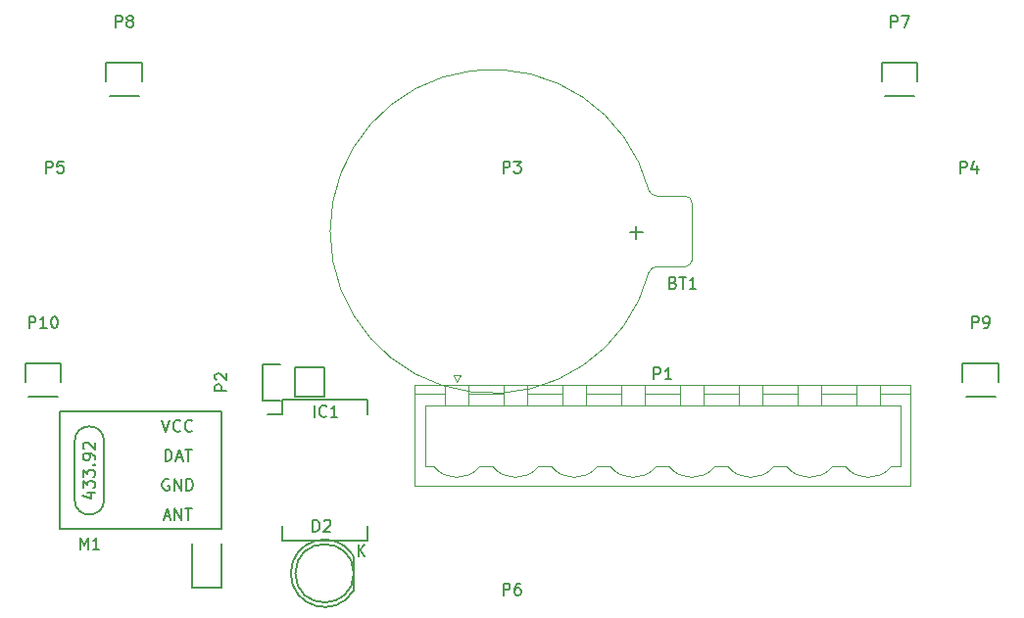
<source format=gto>
G04 #@! TF.FileFunction,Legend,Top*
%FSLAX46Y46*%
G04 Gerber Fmt 4.6, Leading zero omitted, Abs format (unit mm)*
G04 Created by KiCad (PCBNEW 4.0.5+dfsg1-4) date Mon May 15 15:44:01 2017*
%MOMM*%
%LPD*%
G01*
G04 APERTURE LIST*
%ADD10C,0.100000*%
%ADD11C,0.150000*%
%ADD12C,0.120000*%
G04 APERTURE END LIST*
D10*
D11*
X55880000Y-163830000D02*
X55880000Y-160020000D01*
X58420000Y-163830000D02*
X55880000Y-163830000D01*
X58420000Y-160020000D02*
X58420000Y-163830000D01*
X48260000Y-156210000D02*
X48260000Y-151130000D01*
X45720000Y-156210000D02*
X45720000Y-151130000D01*
X45720000Y-156210000D02*
G75*
G03X48260000Y-156210000I1270000J0D01*
G01*
X48260000Y-151130000D02*
G75*
G03X45720000Y-151130000I-1270000J0D01*
G01*
X58420000Y-158750000D02*
X44450000Y-158750000D01*
X44450000Y-158750000D02*
X44450000Y-148590000D01*
X44450000Y-148590000D02*
X58420000Y-148590000D01*
X58420000Y-148590000D02*
X58420000Y-158750000D01*
D12*
X80726841Y-153345821D02*
G75*
G02X76740000Y-153330000I-1986841J1665821D01*
G01*
X85806841Y-153345821D02*
G75*
G02X81820000Y-153330000I-1986841J1665821D01*
G01*
X90886841Y-153345821D02*
G75*
G02X86900000Y-153330000I-1986841J1665821D01*
G01*
X95966841Y-153345821D02*
G75*
G02X91980000Y-153330000I-1986841J1665821D01*
G01*
X101046841Y-153345821D02*
G75*
G02X97060000Y-153330000I-1986841J1665821D01*
G01*
X106126841Y-153345821D02*
G75*
G02X102140000Y-153330000I-1986841J1665821D01*
G01*
X111206841Y-153345821D02*
G75*
G02X107220000Y-153330000I-1986841J1665821D01*
G01*
X116286841Y-153345821D02*
G75*
G02X112300000Y-153330000I-1986841J1665821D01*
G01*
X75120000Y-146250000D02*
X75120000Y-155010000D01*
X75120000Y-155010000D02*
X117920000Y-155010000D01*
X117920000Y-155010000D02*
X117920000Y-146250000D01*
X117920000Y-146250000D02*
X75120000Y-146250000D01*
X75120000Y-147030000D02*
X77660000Y-147030000D01*
X117920000Y-147030000D02*
X115380000Y-147030000D01*
X79740000Y-147030000D02*
X82820000Y-147030000D01*
X84820000Y-147030000D02*
X87900000Y-147030000D01*
X89900000Y-147030000D02*
X92980000Y-147030000D01*
X94980000Y-147030000D02*
X98060000Y-147030000D01*
X100060000Y-147030000D02*
X103140000Y-147030000D01*
X105140000Y-147030000D02*
X108220000Y-147030000D01*
X110220000Y-147030000D02*
X113300000Y-147030000D01*
X77740000Y-148030000D02*
X77740000Y-146250000D01*
X77740000Y-146250000D02*
X79740000Y-146250000D01*
X79740000Y-146250000D02*
X79740000Y-148030000D01*
X79740000Y-148030000D02*
X77740000Y-148030000D01*
X82820000Y-148030000D02*
X82820000Y-146250000D01*
X82820000Y-146250000D02*
X84820000Y-146250000D01*
X84820000Y-146250000D02*
X84820000Y-148030000D01*
X84820000Y-148030000D02*
X82820000Y-148030000D01*
X87900000Y-148030000D02*
X87900000Y-146250000D01*
X87900000Y-146250000D02*
X89900000Y-146250000D01*
X89900000Y-146250000D02*
X89900000Y-148030000D01*
X89900000Y-148030000D02*
X87900000Y-148030000D01*
X92980000Y-148030000D02*
X92980000Y-146250000D01*
X92980000Y-146250000D02*
X94980000Y-146250000D01*
X94980000Y-146250000D02*
X94980000Y-148030000D01*
X94980000Y-148030000D02*
X92980000Y-148030000D01*
X98060000Y-148030000D02*
X98060000Y-146250000D01*
X98060000Y-146250000D02*
X100060000Y-146250000D01*
X100060000Y-146250000D02*
X100060000Y-148030000D01*
X100060000Y-148030000D02*
X98060000Y-148030000D01*
X103140000Y-148030000D02*
X103140000Y-146250000D01*
X103140000Y-146250000D02*
X105140000Y-146250000D01*
X105140000Y-146250000D02*
X105140000Y-148030000D01*
X105140000Y-148030000D02*
X103140000Y-148030000D01*
X108220000Y-148030000D02*
X108220000Y-146250000D01*
X108220000Y-146250000D02*
X110220000Y-146250000D01*
X110220000Y-146250000D02*
X110220000Y-148030000D01*
X110220000Y-148030000D02*
X108220000Y-148030000D01*
X113300000Y-148030000D02*
X113300000Y-146250000D01*
X113300000Y-146250000D02*
X115300000Y-146250000D01*
X115300000Y-146250000D02*
X115300000Y-148030000D01*
X115300000Y-148030000D02*
X113300000Y-148030000D01*
X80740000Y-153330000D02*
X81820000Y-153330000D01*
X85820000Y-153330000D02*
X86900000Y-153330000D01*
X90900000Y-153330000D02*
X91980000Y-153330000D01*
X95980000Y-153330000D02*
X97060000Y-153330000D01*
X101060000Y-153330000D02*
X102140000Y-153330000D01*
X106140000Y-153330000D02*
X107220000Y-153330000D01*
X111220000Y-153330000D02*
X112300000Y-153330000D01*
X76740000Y-153330000D02*
X76000000Y-153330000D01*
X76000000Y-153330000D02*
X76000000Y-148030000D01*
X76000000Y-148030000D02*
X117040000Y-148030000D01*
X117040000Y-148030000D02*
X117040000Y-153330000D01*
X117040000Y-153330000D02*
X116300000Y-153330000D01*
X79040000Y-145450000D02*
X78740000Y-146050000D01*
X78740000Y-146050000D02*
X78440000Y-145450000D01*
X78440000Y-145450000D02*
X79040000Y-145450000D01*
D11*
X63635000Y-147565000D02*
X63635000Y-148835000D01*
X70985000Y-147565000D02*
X70985000Y-148835000D01*
X70985000Y-159775000D02*
X70985000Y-158505000D01*
X63635000Y-159775000D02*
X63635000Y-158505000D01*
X63635000Y-147565000D02*
X70985000Y-147565000D01*
X63635000Y-159775000D02*
X70985000Y-159775000D01*
X63635000Y-148835000D02*
X62350000Y-148835000D01*
D12*
X67790262Y-133015231D02*
G75*
G02X95340000Y-129480000I13999738J15231D01*
G01*
X67790262Y-132984769D02*
G75*
G03X95340000Y-136520000I13999738J-15231D01*
G01*
X95335231Y-129456515D02*
G75*
G03X96040000Y-129950000I704769J256515D01*
G01*
X95335231Y-136543485D02*
G75*
G02X96040000Y-136050000I704769J-256515D01*
G01*
X96040000Y-136050000D02*
X98490000Y-136050000D01*
X98490000Y-129950000D02*
X96040000Y-129950000D01*
X98490000Y-136050000D02*
G75*
G03X99040000Y-135500000I0J550000D01*
G01*
X98490000Y-129950000D02*
G75*
G02X99040000Y-130500000I0J-550000D01*
G01*
X99040000Y-135500000D02*
X99040000Y-130500000D01*
D11*
X118550000Y-118450000D02*
X118550000Y-120000000D01*
X115450000Y-120000000D02*
X115450000Y-118450000D01*
X115450000Y-118450000D02*
X118550000Y-118450000D01*
X115730000Y-121270000D02*
X118270000Y-121270000D01*
X51550000Y-118450000D02*
X51550000Y-120000000D01*
X48450000Y-120000000D02*
X48450000Y-118450000D01*
X48450000Y-118450000D02*
X51550000Y-118450000D01*
X48730000Y-121270000D02*
X51270000Y-121270000D01*
X69794888Y-161035096D02*
G75*
G03X69810000Y-164060000I-2484888J-1524904D01*
G01*
X69810000Y-161060000D02*
X69810000Y-164060000D01*
X69827936Y-162560000D02*
G75*
G03X69827936Y-162560000I-2517936J0D01*
G01*
X64770000Y-144780000D02*
X67310000Y-144780000D01*
X61950000Y-144500000D02*
X63500000Y-144500000D01*
X64770000Y-144780000D02*
X64770000Y-147320000D01*
X63500000Y-147600000D02*
X61950000Y-147600000D01*
X61950000Y-147600000D02*
X61950000Y-144500000D01*
X64770000Y-147320000D02*
X67310000Y-147320000D01*
X67310000Y-147320000D02*
X67310000Y-144780000D01*
X125550000Y-144450000D02*
X125550000Y-146000000D01*
X122450000Y-146000000D02*
X122450000Y-144450000D01*
X122450000Y-144450000D02*
X125550000Y-144450000D01*
X122730000Y-147270000D02*
X125270000Y-147270000D01*
X44550000Y-144450000D02*
X44550000Y-146000000D01*
X41450000Y-146000000D02*
X41450000Y-144450000D01*
X41450000Y-144450000D02*
X44550000Y-144450000D01*
X41730000Y-147270000D02*
X44270000Y-147270000D01*
X46180476Y-160472381D02*
X46180476Y-159472381D01*
X46513810Y-160186667D01*
X46847143Y-159472381D01*
X46847143Y-160472381D01*
X47847143Y-160472381D02*
X47275714Y-160472381D01*
X47561428Y-160472381D02*
X47561428Y-159472381D01*
X47466190Y-159615238D01*
X47370952Y-159710476D01*
X47275714Y-159758095D01*
X46775714Y-155622380D02*
X47442381Y-155622380D01*
X46394762Y-155860476D02*
X47109048Y-156098571D01*
X47109048Y-155479523D01*
X46442381Y-155193809D02*
X46442381Y-154574761D01*
X46823333Y-154908095D01*
X46823333Y-154765237D01*
X46870952Y-154669999D01*
X46918571Y-154622380D01*
X47013810Y-154574761D01*
X47251905Y-154574761D01*
X47347143Y-154622380D01*
X47394762Y-154669999D01*
X47442381Y-154765237D01*
X47442381Y-155050952D01*
X47394762Y-155146190D01*
X47347143Y-155193809D01*
X46442381Y-154241428D02*
X46442381Y-153622380D01*
X46823333Y-153955714D01*
X46823333Y-153812856D01*
X46870952Y-153717618D01*
X46918571Y-153669999D01*
X47013810Y-153622380D01*
X47251905Y-153622380D01*
X47347143Y-153669999D01*
X47394762Y-153717618D01*
X47442381Y-153812856D01*
X47442381Y-154098571D01*
X47394762Y-154193809D01*
X47347143Y-154241428D01*
X47347143Y-153193809D02*
X47394762Y-153146190D01*
X47442381Y-153193809D01*
X47394762Y-153241428D01*
X47347143Y-153193809D01*
X47442381Y-153193809D01*
X47442381Y-152670000D02*
X47442381Y-152479524D01*
X47394762Y-152384285D01*
X47347143Y-152336666D01*
X47204286Y-152241428D01*
X47013810Y-152193809D01*
X46632857Y-152193809D01*
X46537619Y-152241428D01*
X46490000Y-152289047D01*
X46442381Y-152384285D01*
X46442381Y-152574762D01*
X46490000Y-152670000D01*
X46537619Y-152717619D01*
X46632857Y-152765238D01*
X46870952Y-152765238D01*
X46966190Y-152717619D01*
X47013810Y-152670000D01*
X47061429Y-152574762D01*
X47061429Y-152384285D01*
X47013810Y-152289047D01*
X46966190Y-152241428D01*
X46870952Y-152193809D01*
X46537619Y-151812857D02*
X46490000Y-151765238D01*
X46442381Y-151670000D01*
X46442381Y-151431904D01*
X46490000Y-151336666D01*
X46537619Y-151289047D01*
X46632857Y-151241428D01*
X46728095Y-151241428D01*
X46870952Y-151289047D01*
X47442381Y-151860476D01*
X47442381Y-151241428D01*
X53276667Y-149312381D02*
X53610000Y-150312381D01*
X53943334Y-149312381D01*
X54848096Y-150217143D02*
X54800477Y-150264762D01*
X54657620Y-150312381D01*
X54562382Y-150312381D01*
X54419524Y-150264762D01*
X54324286Y-150169524D01*
X54276667Y-150074286D01*
X54229048Y-149883810D01*
X54229048Y-149740952D01*
X54276667Y-149550476D01*
X54324286Y-149455238D01*
X54419524Y-149360000D01*
X54562382Y-149312381D01*
X54657620Y-149312381D01*
X54800477Y-149360000D01*
X54848096Y-149407619D01*
X55848096Y-150217143D02*
X55800477Y-150264762D01*
X55657620Y-150312381D01*
X55562382Y-150312381D01*
X55419524Y-150264762D01*
X55324286Y-150169524D01*
X55276667Y-150074286D01*
X55229048Y-149883810D01*
X55229048Y-149740952D01*
X55276667Y-149550476D01*
X55324286Y-149455238D01*
X55419524Y-149360000D01*
X55562382Y-149312381D01*
X55657620Y-149312381D01*
X55800477Y-149360000D01*
X55848096Y-149407619D01*
X53538571Y-152852381D02*
X53538571Y-151852381D01*
X53776666Y-151852381D01*
X53919524Y-151900000D01*
X54014762Y-151995238D01*
X54062381Y-152090476D01*
X54110000Y-152280952D01*
X54110000Y-152423810D01*
X54062381Y-152614286D01*
X54014762Y-152709524D01*
X53919524Y-152804762D01*
X53776666Y-152852381D01*
X53538571Y-152852381D01*
X54490952Y-152566667D02*
X54967143Y-152566667D01*
X54395714Y-152852381D02*
X54729047Y-151852381D01*
X55062381Y-152852381D01*
X55252857Y-151852381D02*
X55824286Y-151852381D01*
X55538571Y-152852381D02*
X55538571Y-151852381D01*
X53848096Y-154440000D02*
X53752858Y-154392381D01*
X53610001Y-154392381D01*
X53467143Y-154440000D01*
X53371905Y-154535238D01*
X53324286Y-154630476D01*
X53276667Y-154820952D01*
X53276667Y-154963810D01*
X53324286Y-155154286D01*
X53371905Y-155249524D01*
X53467143Y-155344762D01*
X53610001Y-155392381D01*
X53705239Y-155392381D01*
X53848096Y-155344762D01*
X53895715Y-155297143D01*
X53895715Y-154963810D01*
X53705239Y-154963810D01*
X54324286Y-155392381D02*
X54324286Y-154392381D01*
X54895715Y-155392381D01*
X54895715Y-154392381D01*
X55371905Y-155392381D02*
X55371905Y-154392381D01*
X55610000Y-154392381D01*
X55752858Y-154440000D01*
X55848096Y-154535238D01*
X55895715Y-154630476D01*
X55943334Y-154820952D01*
X55943334Y-154963810D01*
X55895715Y-155154286D01*
X55848096Y-155249524D01*
X55752858Y-155344762D01*
X55610000Y-155392381D01*
X55371905Y-155392381D01*
X53467143Y-157646667D02*
X53943334Y-157646667D01*
X53371905Y-157932381D02*
X53705238Y-156932381D01*
X54038572Y-157932381D01*
X54371905Y-157932381D02*
X54371905Y-156932381D01*
X54943334Y-157932381D01*
X54943334Y-156932381D01*
X55276667Y-156932381D02*
X55848096Y-156932381D01*
X55562381Y-157932381D02*
X55562381Y-156932381D01*
X95781905Y-145782381D02*
X95781905Y-144782381D01*
X96162858Y-144782381D01*
X96258096Y-144830000D01*
X96305715Y-144877619D01*
X96353334Y-144972857D01*
X96353334Y-145115714D01*
X96305715Y-145210952D01*
X96258096Y-145258571D01*
X96162858Y-145306190D01*
X95781905Y-145306190D01*
X97305715Y-145782381D02*
X96734286Y-145782381D01*
X97020000Y-145782381D02*
X97020000Y-144782381D01*
X96924762Y-144925238D01*
X96829524Y-145020476D01*
X96734286Y-145068095D01*
X66422710Y-149042381D02*
X66422710Y-148042381D01*
X67470329Y-148947143D02*
X67422710Y-148994762D01*
X67279853Y-149042381D01*
X67184615Y-149042381D01*
X67041757Y-148994762D01*
X66946519Y-148899524D01*
X66898900Y-148804286D01*
X66851281Y-148613810D01*
X66851281Y-148470952D01*
X66898900Y-148280476D01*
X66946519Y-148185238D01*
X67041757Y-148090000D01*
X67184615Y-148042381D01*
X67279853Y-148042381D01*
X67422710Y-148090000D01*
X67470329Y-148137619D01*
X68422710Y-149042381D02*
X67851281Y-149042381D01*
X68136995Y-149042381D02*
X68136995Y-148042381D01*
X68041757Y-148185238D01*
X67946519Y-148280476D01*
X67851281Y-148328095D01*
X97454286Y-137428571D02*
X97597143Y-137476190D01*
X97644762Y-137523810D01*
X97692381Y-137619048D01*
X97692381Y-137761905D01*
X97644762Y-137857143D01*
X97597143Y-137904762D01*
X97501905Y-137952381D01*
X97120952Y-137952381D01*
X97120952Y-136952381D01*
X97454286Y-136952381D01*
X97549524Y-137000000D01*
X97597143Y-137047619D01*
X97644762Y-137142857D01*
X97644762Y-137238095D01*
X97597143Y-137333333D01*
X97549524Y-137380952D01*
X97454286Y-137428571D01*
X97120952Y-137428571D01*
X97978095Y-136952381D02*
X98549524Y-136952381D01*
X98263809Y-137952381D02*
X98263809Y-136952381D01*
X99406667Y-137952381D02*
X98835238Y-137952381D01*
X99120952Y-137952381D02*
X99120952Y-136952381D01*
X99025714Y-137095238D01*
X98930476Y-137190476D01*
X98835238Y-137238095D01*
X93668572Y-133107143D02*
X94811429Y-133107143D01*
X94240000Y-133678571D02*
X94240000Y-132535714D01*
X116261905Y-115352381D02*
X116261905Y-114352381D01*
X116642858Y-114352381D01*
X116738096Y-114400000D01*
X116785715Y-114447619D01*
X116833334Y-114542857D01*
X116833334Y-114685714D01*
X116785715Y-114780952D01*
X116738096Y-114828571D01*
X116642858Y-114876190D01*
X116261905Y-114876190D01*
X117166667Y-114352381D02*
X117833334Y-114352381D01*
X117404762Y-115352381D01*
X49261905Y-115352381D02*
X49261905Y-114352381D01*
X49642858Y-114352381D01*
X49738096Y-114400000D01*
X49785715Y-114447619D01*
X49833334Y-114542857D01*
X49833334Y-114685714D01*
X49785715Y-114780952D01*
X49738096Y-114828571D01*
X49642858Y-114876190D01*
X49261905Y-114876190D01*
X50404762Y-114780952D02*
X50309524Y-114733333D01*
X50261905Y-114685714D01*
X50214286Y-114590476D01*
X50214286Y-114542857D01*
X50261905Y-114447619D01*
X50309524Y-114400000D01*
X50404762Y-114352381D01*
X50595239Y-114352381D01*
X50690477Y-114400000D01*
X50738096Y-114447619D01*
X50785715Y-114542857D01*
X50785715Y-114590476D01*
X50738096Y-114685714D01*
X50690477Y-114733333D01*
X50595239Y-114780952D01*
X50404762Y-114780952D01*
X50309524Y-114828571D01*
X50261905Y-114876190D01*
X50214286Y-114971429D01*
X50214286Y-115161905D01*
X50261905Y-115257143D01*
X50309524Y-115304762D01*
X50404762Y-115352381D01*
X50595239Y-115352381D01*
X50690477Y-115304762D01*
X50738096Y-115257143D01*
X50785715Y-115161905D01*
X50785715Y-114971429D01*
X50738096Y-114876190D01*
X50690477Y-114828571D01*
X50595239Y-114780952D01*
X66317905Y-158948381D02*
X66317905Y-157948381D01*
X66556000Y-157948381D01*
X66698858Y-157996000D01*
X66794096Y-158091238D01*
X66841715Y-158186476D01*
X66889334Y-158376952D01*
X66889334Y-158519810D01*
X66841715Y-158710286D01*
X66794096Y-158805524D01*
X66698858Y-158900762D01*
X66556000Y-158948381D01*
X66317905Y-158948381D01*
X67270286Y-158043619D02*
X67317905Y-157996000D01*
X67413143Y-157948381D01*
X67651239Y-157948381D01*
X67746477Y-157996000D01*
X67794096Y-158043619D01*
X67841715Y-158138857D01*
X67841715Y-158234095D01*
X67794096Y-158376952D01*
X67222667Y-158948381D01*
X67841715Y-158948381D01*
X70223095Y-161107381D02*
X70223095Y-160107381D01*
X70794524Y-161107381D02*
X70365952Y-160535952D01*
X70794524Y-160107381D02*
X70223095Y-160678810D01*
X58852381Y-146788095D02*
X57852381Y-146788095D01*
X57852381Y-146407142D01*
X57900000Y-146311904D01*
X57947619Y-146264285D01*
X58042857Y-146216666D01*
X58185714Y-146216666D01*
X58280952Y-146264285D01*
X58328571Y-146311904D01*
X58376190Y-146407142D01*
X58376190Y-146788095D01*
X57947619Y-145835714D02*
X57900000Y-145788095D01*
X57852381Y-145692857D01*
X57852381Y-145454761D01*
X57900000Y-145359523D01*
X57947619Y-145311904D01*
X58042857Y-145264285D01*
X58138095Y-145264285D01*
X58280952Y-145311904D01*
X58852381Y-145883333D01*
X58852381Y-145264285D01*
X123261905Y-141352381D02*
X123261905Y-140352381D01*
X123642858Y-140352381D01*
X123738096Y-140400000D01*
X123785715Y-140447619D01*
X123833334Y-140542857D01*
X123833334Y-140685714D01*
X123785715Y-140780952D01*
X123738096Y-140828571D01*
X123642858Y-140876190D01*
X123261905Y-140876190D01*
X124309524Y-141352381D02*
X124500000Y-141352381D01*
X124595239Y-141304762D01*
X124642858Y-141257143D01*
X124738096Y-141114286D01*
X124785715Y-140923810D01*
X124785715Y-140542857D01*
X124738096Y-140447619D01*
X124690477Y-140400000D01*
X124595239Y-140352381D01*
X124404762Y-140352381D01*
X124309524Y-140400000D01*
X124261905Y-140447619D01*
X124214286Y-140542857D01*
X124214286Y-140780952D01*
X124261905Y-140876190D01*
X124309524Y-140923810D01*
X124404762Y-140971429D01*
X124595239Y-140971429D01*
X124690477Y-140923810D01*
X124738096Y-140876190D01*
X124785715Y-140780952D01*
X41785714Y-141352381D02*
X41785714Y-140352381D01*
X42166667Y-140352381D01*
X42261905Y-140400000D01*
X42309524Y-140447619D01*
X42357143Y-140542857D01*
X42357143Y-140685714D01*
X42309524Y-140780952D01*
X42261905Y-140828571D01*
X42166667Y-140876190D01*
X41785714Y-140876190D01*
X43309524Y-141352381D02*
X42738095Y-141352381D01*
X43023809Y-141352381D02*
X43023809Y-140352381D01*
X42928571Y-140495238D01*
X42833333Y-140590476D01*
X42738095Y-140638095D01*
X43928571Y-140352381D02*
X44023810Y-140352381D01*
X44119048Y-140400000D01*
X44166667Y-140447619D01*
X44214286Y-140542857D01*
X44261905Y-140733333D01*
X44261905Y-140971429D01*
X44214286Y-141161905D01*
X44166667Y-141257143D01*
X44119048Y-141304762D01*
X44023810Y-141352381D01*
X43928571Y-141352381D01*
X43833333Y-141304762D01*
X43785714Y-141257143D01*
X43738095Y-141161905D01*
X43690476Y-140971429D01*
X43690476Y-140733333D01*
X43738095Y-140542857D01*
X43785714Y-140447619D01*
X43833333Y-140400000D01*
X43928571Y-140352381D01*
X82761905Y-127952381D02*
X82761905Y-126952381D01*
X83142858Y-126952381D01*
X83238096Y-127000000D01*
X83285715Y-127047619D01*
X83333334Y-127142857D01*
X83333334Y-127285714D01*
X83285715Y-127380952D01*
X83238096Y-127428571D01*
X83142858Y-127476190D01*
X82761905Y-127476190D01*
X83666667Y-126952381D02*
X84285715Y-126952381D01*
X83952381Y-127333333D01*
X84095239Y-127333333D01*
X84190477Y-127380952D01*
X84238096Y-127428571D01*
X84285715Y-127523810D01*
X84285715Y-127761905D01*
X84238096Y-127857143D01*
X84190477Y-127904762D01*
X84095239Y-127952381D01*
X83809524Y-127952381D01*
X83714286Y-127904762D01*
X83666667Y-127857143D01*
X122261905Y-127952381D02*
X122261905Y-126952381D01*
X122642858Y-126952381D01*
X122738096Y-127000000D01*
X122785715Y-127047619D01*
X122833334Y-127142857D01*
X122833334Y-127285714D01*
X122785715Y-127380952D01*
X122738096Y-127428571D01*
X122642858Y-127476190D01*
X122261905Y-127476190D01*
X123690477Y-127285714D02*
X123690477Y-127952381D01*
X123452381Y-126904762D02*
X123214286Y-127619048D01*
X123833334Y-127619048D01*
X43261905Y-127952381D02*
X43261905Y-126952381D01*
X43642858Y-126952381D01*
X43738096Y-127000000D01*
X43785715Y-127047619D01*
X43833334Y-127142857D01*
X43833334Y-127285714D01*
X43785715Y-127380952D01*
X43738096Y-127428571D01*
X43642858Y-127476190D01*
X43261905Y-127476190D01*
X44738096Y-126952381D02*
X44261905Y-126952381D01*
X44214286Y-127428571D01*
X44261905Y-127380952D01*
X44357143Y-127333333D01*
X44595239Y-127333333D01*
X44690477Y-127380952D01*
X44738096Y-127428571D01*
X44785715Y-127523810D01*
X44785715Y-127761905D01*
X44738096Y-127857143D01*
X44690477Y-127904762D01*
X44595239Y-127952381D01*
X44357143Y-127952381D01*
X44261905Y-127904762D01*
X44214286Y-127857143D01*
X82761905Y-164452381D02*
X82761905Y-163452381D01*
X83142858Y-163452381D01*
X83238096Y-163500000D01*
X83285715Y-163547619D01*
X83333334Y-163642857D01*
X83333334Y-163785714D01*
X83285715Y-163880952D01*
X83238096Y-163928571D01*
X83142858Y-163976190D01*
X82761905Y-163976190D01*
X84190477Y-163452381D02*
X84000000Y-163452381D01*
X83904762Y-163500000D01*
X83857143Y-163547619D01*
X83761905Y-163690476D01*
X83714286Y-163880952D01*
X83714286Y-164261905D01*
X83761905Y-164357143D01*
X83809524Y-164404762D01*
X83904762Y-164452381D01*
X84095239Y-164452381D01*
X84190477Y-164404762D01*
X84238096Y-164357143D01*
X84285715Y-164261905D01*
X84285715Y-164023810D01*
X84238096Y-163928571D01*
X84190477Y-163880952D01*
X84095239Y-163833333D01*
X83904762Y-163833333D01*
X83809524Y-163880952D01*
X83761905Y-163928571D01*
X83714286Y-164023810D01*
M02*

</source>
